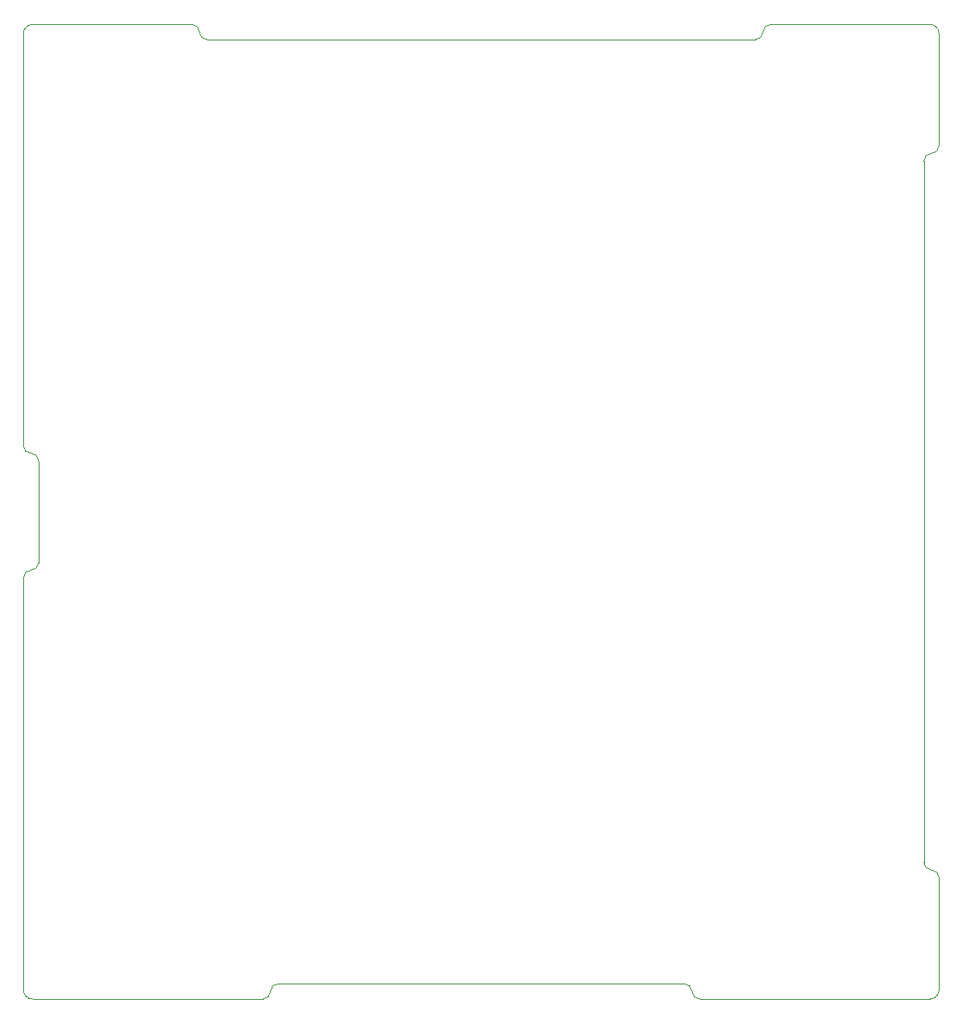
<source format=gbr>
%TF.GenerationSoftware,KiCad,Pcbnew,7.0.5*%
%TF.CreationDate,2024-04-25T22:20:38+03:00*%
%TF.ProjectId,obc-adcs-board,6f62632d-6164-4637-932d-626f6172642e,rev?*%
%TF.SameCoordinates,PX3e2df80PY83e4a60*%
%TF.FileFunction,Profile,NP*%
%FSLAX46Y46*%
G04 Gerber Fmt 4.6, Leading zero omitted, Abs format (unit mm)*
G04 Created by KiCad (PCBNEW 7.0.5) date 2024-04-25 22:20:38*
%MOMM*%
%LPD*%
G01*
G04 APERTURE LIST*
%TA.AperFunction,Profile*%
%ADD10C,0.100000*%
%TD*%
G04 APERTURE END LIST*
D10*
X1600000Y43065000D02*
X1600000Y53065000D01*
X66685000Y120000D02*
X89370000Y120000D01*
X850000Y42315000D02*
G75*
G03*
X100000Y41565000I0J-750000D01*
G01*
X65935000Y870000D02*
G75*
G03*
X65185000Y1620000I-750000J0D01*
G01*
X72185000Y94510000D02*
G75*
G03*
X72935000Y95260000I0J750000D01*
G01*
X90270000Y12065000D02*
X90270000Y1020000D01*
X850000Y42315000D02*
G75*
G03*
X1600000Y43065000I0J750000D01*
G01*
X25185000Y1620000D02*
G75*
G03*
X24435000Y870000I0J-750000D01*
G01*
X18185000Y94510000D02*
X72185000Y94510000D01*
X100000Y41565000D02*
X100000Y1010000D01*
X73685000Y96010000D02*
G75*
G03*
X72935000Y95260000I0J-750000D01*
G01*
X1000000Y96010000D02*
G75*
G03*
X100000Y95110000I0J-900000D01*
G01*
X100000Y1010000D02*
G75*
G03*
X1000000Y110000I900000J0D01*
G01*
X88770000Y13565000D02*
X88770000Y82565000D01*
X90270000Y12065000D02*
G75*
G03*
X89520000Y12815000I-750000J0D01*
G01*
X89520000Y83315000D02*
G75*
G03*
X88770000Y82565000I0J-750000D01*
G01*
X88770000Y13565000D02*
G75*
G03*
X89520000Y12815000I750000J0D01*
G01*
X25185000Y1620000D02*
X65185000Y1620000D01*
X73685000Y96010000D02*
X89370000Y96010000D01*
X89520000Y83315000D02*
G75*
G03*
X90270000Y84065000I0J750000D01*
G01*
X89370000Y120000D02*
G75*
G03*
X90270000Y1020000I0J900000D01*
G01*
X1600000Y53065000D02*
G75*
G03*
X850000Y53815000I-750000J0D01*
G01*
X23685000Y120000D02*
G75*
G03*
X24435000Y870000I0J750000D01*
G01*
X90270000Y95110000D02*
G75*
G03*
X89370000Y96010000I-900000J0D01*
G01*
X17435000Y95260000D02*
G75*
G03*
X18185000Y94510000I750000J0D01*
G01*
X100000Y54565000D02*
G75*
G03*
X850000Y53815000I750000J0D01*
G01*
X1000000Y96010000D02*
X16685000Y96010000D01*
X90270000Y95110000D02*
X90270000Y84065000D01*
X100000Y95110000D02*
X100000Y54565000D01*
X17435000Y95260000D02*
G75*
G03*
X16685000Y96010000I-750000J0D01*
G01*
X23685000Y120000D02*
X1000000Y110000D01*
X65935000Y870000D02*
G75*
G03*
X66685000Y120000I750000J0D01*
G01*
M02*

</source>
